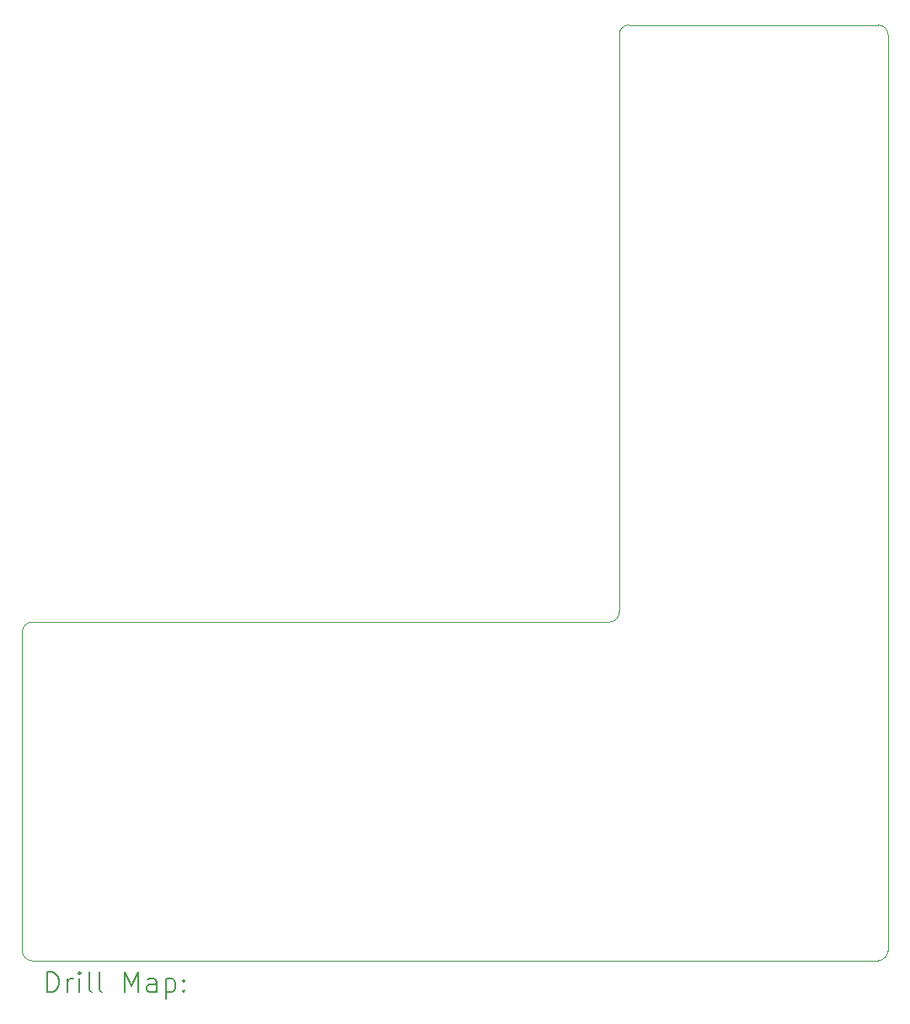
<source format=gbr>
%TF.GenerationSoftware,KiCad,Pcbnew,(6.0.8-1)-1*%
%TF.CreationDate,2022-10-22T21:38:29+02:00*%
%TF.ProjectId,shunt_regulator,7368756e-745f-4726-9567-756c61746f72,rev?*%
%TF.SameCoordinates,Original*%
%TF.FileFunction,Drillmap*%
%TF.FilePolarity,Positive*%
%FSLAX45Y45*%
G04 Gerber Fmt 4.5, Leading zero omitted, Abs format (unit mm)*
G04 Created by KiCad (PCBNEW (6.0.8-1)-1) date 2022-10-22 21:38:29*
%MOMM*%
%LPD*%
G01*
G04 APERTURE LIST*
%ADD10C,0.100000*%
%ADD11C,0.200000*%
G04 APERTURE END LIST*
D10*
X3000000Y1300000D02*
G75*
G03*
X3100000Y1400000I0J100000D01*
G01*
X3100000Y1500000D02*
G75*
G03*
X3100000Y1500000I0J0D01*
G01*
X3200000Y7300000D02*
G75*
G03*
X3100000Y7200000I0J-100000D01*
G01*
X5800000Y7200000D02*
G75*
G03*
X5700000Y7300000I-100000J0D01*
G01*
X5700000Y-2100000D02*
G75*
G03*
X5800000Y-2000000I0J100000D01*
G01*
X-2900000Y-2000000D02*
G75*
G03*
X-2800000Y-2100000I100000J0D01*
G01*
X-2800000Y1300000D02*
G75*
G03*
X-2900000Y1200000I0J-100000D01*
G01*
X-2900000Y1200000D02*
X-2900000Y-2000000D01*
X3100000Y7200000D02*
X3100000Y1400000D01*
X5700000Y7300000D02*
X3200000Y7300000D01*
X5800000Y-2000000D02*
X5800000Y7200000D01*
X-2800000Y-2100000D02*
X5700000Y-2100000D01*
X-2800000Y1300000D02*
X3000000Y1300000D01*
D11*
X-2647381Y-2415476D02*
X-2647381Y-2215476D01*
X-2599762Y-2215476D01*
X-2571190Y-2225000D01*
X-2552143Y-2244048D01*
X-2542619Y-2263095D01*
X-2533095Y-2301190D01*
X-2533095Y-2329762D01*
X-2542619Y-2367857D01*
X-2552143Y-2386905D01*
X-2571190Y-2405952D01*
X-2599762Y-2415476D01*
X-2647381Y-2415476D01*
X-2447381Y-2415476D02*
X-2447381Y-2282143D01*
X-2447381Y-2320238D02*
X-2437857Y-2301190D01*
X-2428333Y-2291667D01*
X-2409286Y-2282143D01*
X-2390238Y-2282143D01*
X-2323571Y-2415476D02*
X-2323571Y-2282143D01*
X-2323571Y-2215476D02*
X-2333095Y-2225000D01*
X-2323571Y-2234524D01*
X-2314048Y-2225000D01*
X-2323571Y-2215476D01*
X-2323571Y-2234524D01*
X-2199762Y-2415476D02*
X-2218810Y-2405952D01*
X-2228333Y-2386905D01*
X-2228333Y-2215476D01*
X-2095000Y-2415476D02*
X-2114048Y-2405952D01*
X-2123571Y-2386905D01*
X-2123571Y-2215476D01*
X-1866428Y-2415476D02*
X-1866428Y-2215476D01*
X-1799762Y-2358333D01*
X-1733095Y-2215476D01*
X-1733095Y-2415476D01*
X-1552143Y-2415476D02*
X-1552143Y-2310714D01*
X-1561667Y-2291667D01*
X-1580714Y-2282143D01*
X-1618809Y-2282143D01*
X-1637857Y-2291667D01*
X-1552143Y-2405952D02*
X-1571190Y-2415476D01*
X-1618809Y-2415476D01*
X-1637857Y-2405952D01*
X-1647381Y-2386905D01*
X-1647381Y-2367857D01*
X-1637857Y-2348810D01*
X-1618809Y-2339286D01*
X-1571190Y-2339286D01*
X-1552143Y-2329762D01*
X-1456905Y-2282143D02*
X-1456905Y-2482143D01*
X-1456905Y-2291667D02*
X-1437857Y-2282143D01*
X-1399762Y-2282143D01*
X-1380714Y-2291667D01*
X-1371190Y-2301190D01*
X-1361667Y-2320238D01*
X-1361667Y-2377381D01*
X-1371190Y-2396429D01*
X-1380714Y-2405952D01*
X-1399762Y-2415476D01*
X-1437857Y-2415476D01*
X-1456905Y-2405952D01*
X-1275952Y-2396429D02*
X-1266429Y-2405952D01*
X-1275952Y-2415476D01*
X-1285476Y-2405952D01*
X-1275952Y-2396429D01*
X-1275952Y-2415476D01*
X-1275952Y-2291667D02*
X-1266429Y-2301190D01*
X-1275952Y-2310714D01*
X-1285476Y-2301190D01*
X-1275952Y-2291667D01*
X-1275952Y-2310714D01*
M02*

</source>
